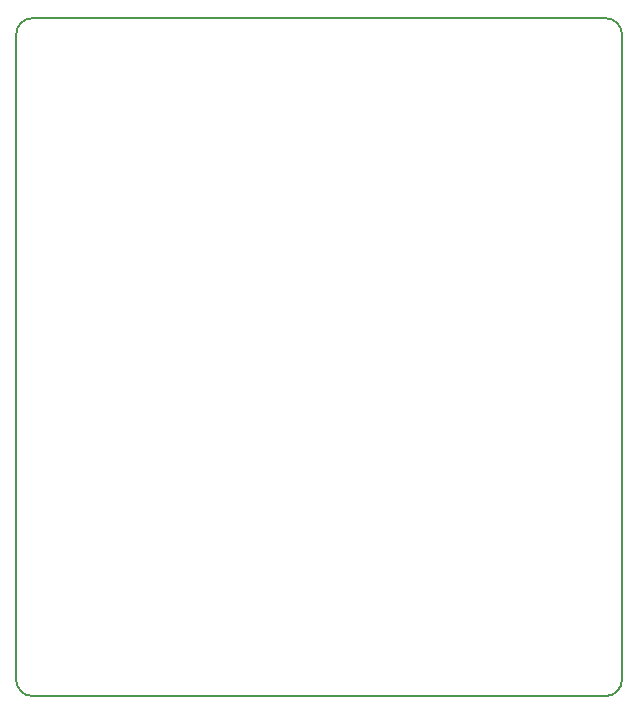
<source format=gbr>
G04 #@! TF.GenerationSoftware,KiCad,Pcbnew,5.0.1*
G04 #@! TF.CreationDate,2019-01-05T16:33:49+01:00*
G04 #@! TF.ProjectId,sensor_board-led,73656E736F725F626F6172642D6C6564,V1.2*
G04 #@! TF.SameCoordinates,Original*
G04 #@! TF.FileFunction,Profile,NP*
%FSLAX46Y46*%
G04 Gerber Fmt 4.6, Leading zero omitted, Abs format (unit mm)*
G04 Created by KiCad (PCBNEW 5.0.1) date Sat 05 Jan 2019 04:33:49 PM CET*
%MOMM*%
%LPD*%
G01*
G04 APERTURE LIST*
%ADD10C,0.150000*%
G04 APERTURE END LIST*
D10*
X76983000Y-77631600D02*
G75*
G02X75583000Y-79031600I-1400000J0D01*
G01*
X75583000Y-21631600D02*
G75*
G02X76983000Y-23031600I0J-1400000D01*
G01*
X25683000Y-23031600D02*
G75*
G02X27083000Y-21631600I1400000J0D01*
G01*
X27083000Y-79031600D02*
X75583000Y-79031600D01*
X27083000Y-79031600D02*
G75*
G02X25683000Y-77631600I0J1400000D01*
G01*
X75583000Y-21631600D02*
X27083000Y-21631600D01*
X76983000Y-77631600D02*
X76983000Y-23031600D01*
X25683000Y-23031600D02*
X25683000Y-77631600D01*
M02*

</source>
